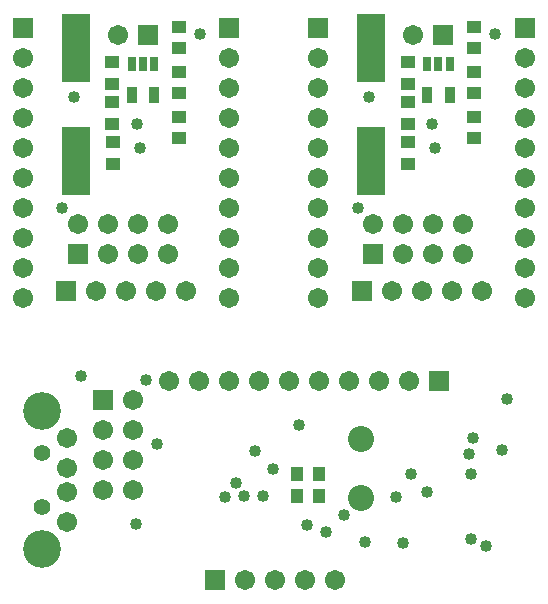
<source format=gbs>
%FSTAX24Y24*%
%MOIN*%
G70*
G01*
G75*
G04 Layer_Color=8388736*
%ADD10O,0.0630X0.0138*%
%ADD11R,0.0630X0.0138*%
%ADD12R,0.0315X0.0374*%
%ADD13O,0.0709X0.0118*%
%ADD14O,0.0118X0.0709*%
%ADD15R,0.0374X0.0315*%
%ADD16O,0.0138X0.0630*%
%ADD17R,0.0138X0.0630*%
%ADD18R,0.0630X0.0630*%
%ADD19R,0.0551X0.0827*%
%ADD20R,0.1004X0.0374*%
%ADD21R,0.1004X0.1299*%
%ADD22R,0.0512X0.0472*%
%ADD23R,0.0472X0.0512*%
%ADD24C,0.0100*%
%ADD25C,0.0200*%
%ADD26R,0.0591X0.0591*%
%ADD27C,0.0591*%
%ADD28R,0.0591X0.0591*%
%ADD29C,0.1181*%
%ADD30C,0.0787*%
%ADD31C,0.0320*%
%ADD32C,0.0472*%
%ADD33R,0.0900X0.2200*%
%ADD34R,0.0217X0.0472*%
%ADD35R,0.0256X0.0472*%
%ADD36C,0.0079*%
%ADD37C,0.0098*%
%ADD38C,0.0236*%
%ADD39C,0.0039*%
%ADD40C,0.0039*%
%ADD41O,0.0710X0.0218*%
%ADD42R,0.0710X0.0218*%
%ADD43R,0.0395X0.0454*%
%ADD44O,0.0789X0.0198*%
%ADD45O,0.0198X0.0789*%
%ADD46R,0.0454X0.0395*%
%ADD47O,0.0218X0.0710*%
%ADD48R,0.0218X0.0710*%
%ADD49R,0.0710X0.0710*%
%ADD50R,0.0631X0.0907*%
%ADD51R,0.1084X0.0454*%
%ADD52R,0.1084X0.1379*%
%ADD53R,0.0592X0.0552*%
%ADD54R,0.0552X0.0592*%
%ADD55R,0.0671X0.0671*%
%ADD56C,0.0671*%
%ADD57R,0.0671X0.0671*%
%ADD58C,0.1261*%
%ADD59C,0.0867*%
%ADD60C,0.0400*%
%ADD61C,0.0552*%
%ADD62R,0.0980X0.2280*%
%ADD63R,0.0256X0.0512*%
%ADD64R,0.0336X0.0552*%
D43*
X029446Y015034D02*
D03*
X030154D02*
D03*
X029446Y014325D02*
D03*
X030154D02*
D03*
D46*
X033117Y027439D02*
D03*
Y02673D02*
D03*
X035343Y028454D02*
D03*
Y027746D02*
D03*
Y029246D02*
D03*
Y029954D02*
D03*
Y026954D02*
D03*
Y026246D02*
D03*
X033127Y025392D02*
D03*
Y0261D02*
D03*
X033117Y028059D02*
D03*
Y028768D02*
D03*
X023274Y027439D02*
D03*
Y02673D02*
D03*
X0255Y028454D02*
D03*
Y027746D02*
D03*
Y029246D02*
D03*
Y029954D02*
D03*
Y026954D02*
D03*
Y026246D02*
D03*
X023284Y025392D02*
D03*
Y0261D02*
D03*
X023274Y028059D02*
D03*
Y028768D02*
D03*
D55*
X030143Y029902D02*
D03*
X037019Y029902D02*
D03*
X0203Y029902D02*
D03*
X027176Y029902D02*
D03*
X022961Y017518D02*
D03*
D56*
X030143Y028902D02*
D03*
Y026902D02*
D03*
Y025902D02*
D03*
Y024902D02*
D03*
Y023902D02*
D03*
Y022902D02*
D03*
Y021902D02*
D03*
Y020902D02*
D03*
Y027902D02*
D03*
X037019Y028902D02*
D03*
Y026902D02*
D03*
Y025902D02*
D03*
Y024902D02*
D03*
Y023902D02*
D03*
Y022902D02*
D03*
Y021902D02*
D03*
Y020902D02*
D03*
Y027902D02*
D03*
X033308Y029693D02*
D03*
X031971Y023382D02*
D03*
X032971Y022382D02*
D03*
Y023382D02*
D03*
X033971Y022382D02*
D03*
Y023382D02*
D03*
X034971Y022382D02*
D03*
Y023382D02*
D03*
X03558Y021159D02*
D03*
X03458D02*
D03*
X03358D02*
D03*
X03258D02*
D03*
X0203Y028902D02*
D03*
Y026902D02*
D03*
Y025902D02*
D03*
Y024902D02*
D03*
Y023902D02*
D03*
Y022902D02*
D03*
Y021902D02*
D03*
Y020902D02*
D03*
Y027902D02*
D03*
X027176Y028902D02*
D03*
Y026902D02*
D03*
Y025902D02*
D03*
Y024902D02*
D03*
Y023902D02*
D03*
Y022902D02*
D03*
Y021902D02*
D03*
Y020902D02*
D03*
Y027902D02*
D03*
X023465Y029693D02*
D03*
X022129Y023382D02*
D03*
X023129Y022382D02*
D03*
Y023382D02*
D03*
X024129Y022382D02*
D03*
Y023382D02*
D03*
X025129Y022382D02*
D03*
Y023382D02*
D03*
X025737Y021159D02*
D03*
X024737D02*
D03*
X023737D02*
D03*
X022737D02*
D03*
X02176Y016239D02*
D03*
X02176Y015239D02*
D03*
Y014435D02*
D03*
Y013435D02*
D03*
X03217Y018144D02*
D03*
X02517D02*
D03*
X02617D02*
D03*
X02717D02*
D03*
X02817D02*
D03*
X02917D02*
D03*
X03017D02*
D03*
X03117D02*
D03*
X03317D02*
D03*
X023961Y014518D02*
D03*
X022961D02*
D03*
X023961Y015518D02*
D03*
X022961D02*
D03*
X023961Y016518D02*
D03*
X022961D02*
D03*
X023961Y017518D02*
D03*
X027698Y01153D02*
D03*
X028698D02*
D03*
X029698D02*
D03*
X030698D02*
D03*
D57*
X034308Y029693D02*
D03*
X031971Y022382D02*
D03*
X03158Y021159D02*
D03*
X024465Y029693D02*
D03*
X022129Y022382D02*
D03*
X021737Y021159D02*
D03*
X03417Y018144D02*
D03*
X026698Y01153D02*
D03*
D58*
X020923Y012534D02*
D03*
X020923Y01714D02*
D03*
D59*
X031572Y016206D02*
D03*
Y014256D02*
D03*
D60*
X031453Y0239D02*
D03*
X034043Y0259D02*
D03*
X036043Y0297D02*
D03*
X033943Y0267D02*
D03*
X031843Y0276D02*
D03*
X02161Y0239D02*
D03*
X0242Y0259D02*
D03*
X0262Y0297D02*
D03*
X0241Y0267D02*
D03*
X022Y0276D02*
D03*
X029505Y016668D02*
D03*
X035154Y015703D02*
D03*
X035233Y015034D02*
D03*
X033776Y014443D02*
D03*
X033225Y015034D02*
D03*
X03295Y01275D02*
D03*
X036257Y015861D02*
D03*
X022241Y018302D02*
D03*
X024761Y016057D02*
D03*
X024052Y01338D02*
D03*
X028304Y014325D02*
D03*
X029761Y013341D02*
D03*
X035312Y016254D02*
D03*
X03169Y01279D02*
D03*
X030391Y013105D02*
D03*
X030981Y013695D02*
D03*
X035233Y012868D02*
D03*
X035745Y012632D02*
D03*
X024406Y018183D02*
D03*
X036414Y017554D02*
D03*
X027024Y014266D02*
D03*
X028619Y015231D02*
D03*
X027398Y014758D02*
D03*
X028028Y015821D02*
D03*
X027674Y014306D02*
D03*
X032713Y014286D02*
D03*
D61*
X020929Y013935D02*
D03*
Y015739D02*
D03*
D62*
X031896Y029233D02*
D03*
Y025483D02*
D03*
X022054Y029233D02*
D03*
Y025483D02*
D03*
D63*
X033767Y028719D02*
D03*
X034141D02*
D03*
X034515D02*
D03*
X023924D02*
D03*
X024298D02*
D03*
X024672D02*
D03*
D64*
X034515Y027674D02*
D03*
X033767D02*
D03*
X024672D02*
D03*
X023924D02*
D03*
M02*

</source>
